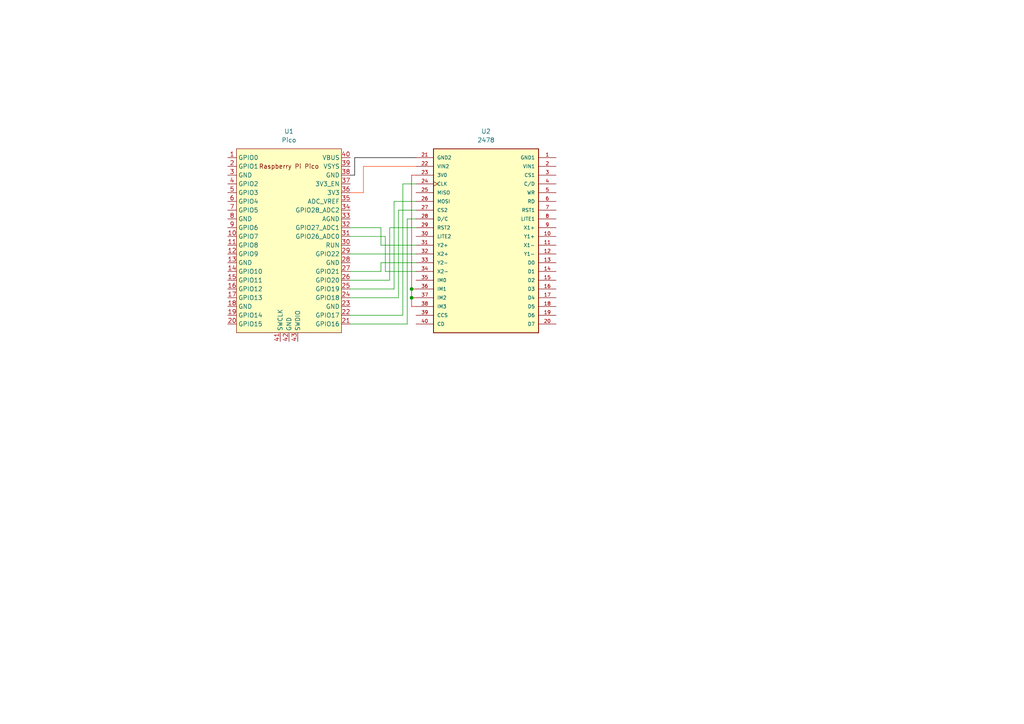
<source format=kicad_sch>
(kicad_sch (version 20250114) (generator "eeschema") (generator_version "9.0")
  (paper "A4")
  (lib_symbols
    (symbol "2478:2478" (pin_names (offset 1.016))
      (property "Reference" "U" (at -15.2631 28.6183 0))
      (property "Value" "2478" (at -15.262 -27.9803 0))
      (symbol "2478_0_0"
        (rectangle (start -15.24 -25.4) (end 15.24 27.94) (stroke (width 0.254)) (fill (type background)))
        (pin power_in line (at -20.32 25.4 0) (length 5.08) (name "GND1") (number "1"))
        (pin power_in line (at -20.32 22.86 0) (length 5.08) (name "VIN1") (number "2"))
        (pin input line (at -20.32 20.32 0) (length 5.08) (name "CS1") (number "3"))
        (pin input line (at -20.32 17.78 0) (length 5.08) (name "C/D") (number "4"))
        (pin input line (at -20.32 15.24 0) (length 5.08) (name "WR") (number "5"))
        (pin input line (at -20.32 12.7 0) (length 5.08) (name "RD") (number "6"))
        (pin input line (at -20.32 10.16 0) (length 5.08) (name "RST1") (number "7"))
        (pin input line (at -20.32 7.62 0) (length 5.08) (name "LITE1") (number "8"))
        (pin output line (at -20.32 5.08 0) (length 5.08) (name "X1+") (number "9"))
        (pin output line (at -20.32 2.54 0) (length 5.08) (name "Y1+") (number "10"))
        (pin output line (at -20.32 0 0) (length 5.08) (name "X1-") (number "11"))
        (pin output line (at -20.32 -2.54 0) (length 5.08) (name "Y1-") (number "12"))
        (pin bidirectional line (at -20.32 -5.08 0) (length 5.08) (name "D0") (number "13"))
        (pin bidirectional line (at -20.32 -7.62 0) (length 5.08) (name "D1") (number "14"))
        (pin bidirectional line (at -20.32 -10.16 0) (length 5.08) (name "D2") (number "15"))
        (pin bidirectional line (at -20.32 -12.7 0) (length 5.08) (name "D3") (number "16"))
        (pin bidirectional line (at -20.32 -15.24 0) (length 5.08) (name "D4") (number "17"))
        (pin bidirectional line (at -20.32 -17.78 0) (length 5.08) (name "D5") (number "18"))
        (pin bidirectional line (at -20.32 -20.32 0) (length 5.08) (name "D6") (number "19"))
        (pin bidirectional line (at -20.32 -22.86 0) (length 5.08) (name "D7") (number "20"))
        (pin power_in line (at 20.32 25.4 180) (length 5.08) (name "GND2") (number "21"))
        (pin power_in line (at 20.32 22.86 180) (length 5.08) (name "VIN2") (number "22"))
        (pin output line (at 20.32 20.32 180) (length 5.08) (name "3V0") (number "23"))
        (pin input clock (at 20.32 17.78 180) (length 5.08) (name "CLK") (number "24"))
        (pin output line (at 20.32 15.24 180) (length 5.08) (name "MISO") (number "25"))
        (pin input line (at 20.32 12.7 180) (length 5.08) (name "MOSI") (number "26"))
        (pin input line (at 20.32 10.16 180) (length 5.08) (name "CS2") (number "27"))
        (pin input line (at 20.32 7.62 180) (length 5.08) (name "D/C") (number "28"))
        (pin input line (at 20.32 5.08 180) (length 5.08) (name "RST2") (number "29"))
        (pin input line (at 20.32 2.54 180) (length 5.08) (name "LITE2") (number "30"))
        (pin output line (at 20.32 0 180) (length 5.08) (name "Y2+") (number "31"))
        (pin output line (at 20.32 -2.54 180) (length 5.08) (name "X2+") (number "32"))
        (pin output line (at 20.32 -5.08 180) (length 5.08) (name "Y2-") (number "33"))
        (pin output line (at 20.32 -7.62 180) (length 5.08) (name "X2-") (number "34"))
        (pin input line (at 20.32 -10.16 180) (length 5.08) (name "IM0") (number "35"))
        (pin input line (at 20.32 -12.7 180) (length 5.08) (name "IM1") (number "36"))
        (pin input line (at 20.32 -15.24 180) (length 5.08) (name "IM2") (number "37"))
        (pin input line (at 20.32 -17.78 180) (length 5.08) (name "IM3") (number "38"))
        (pin input line (at 20.32 -20.32 180) (length 5.08) (name "CCS") (number "39"))
        (pin output line (at 20.32 -22.86 180) (length 5.08) (name "CD") (number "40"))
      )
    )
    (symbol "MCU_RaspberryPi_and_Boards:Pico"
      (property "Reference" "U" (at -13.97 27.94 0))
      (property "Value" "Pico" (at 0 19.05 0))
      (symbol "Pico_0_0"
        (text "Raspberry Pi Pico" (at 0 21.59 0) (effects (font (size 1.27 1.27))))
      )
      (symbol "Pico_0_1"
        (rectangle (start -15.24 26.67) (end 15.24 -26.67) (fill (type background)))
      )
      (symbol "Pico_1_1"
        (pin bidirectional line (at -17.78 24.13 0) (length 2.54) (name "GPIO0") (number "1"))
        (pin bidirectional line (at -17.78 21.59 0) (length 2.54) (name "GPIO1") (number "2"))
        (pin power_in line (at -17.78 19.05 0) (length 2.54) (name "GND") (number "3"))
        (pin bidirectional line (at -17.78 16.51 0) (length 2.54) (name "GPIO2") (number "4"))
        (pin bidirectional line (at -17.78 13.97 0) (length 2.54) (name "GPIO3") (number "5"))
        (pin bidirectional line (at -17.78 11.43 0) (length 2.54) (name "GPIO4") (number "6"))
        (pin bidirectional line (at -17.78 8.89 0) (length 2.54) (name "GPIO5") (number "7"))
        (pin power_in line (at -17.78 6.35 0) (length 2.54) (name "GND") (number "8"))
        (pin bidirectional line (at -17.78 3.81 0) (length 2.54) (name "GPIO6") (number "9"))
        (pin bidirectional line (at -17.78 1.27 0) (length 2.54) (name "GPIO7") (number "10"))
        (pin bidirectional line (at -17.78 -1.27 0) (length 2.54) (name "GPIO8") (number "11"))
        (pin bidirectional line (at -17.78 -3.81 0) (length 2.54) (name "GPIO9") (number "12"))
        (pin power_in line (at -17.78 -6.35 0) (length 2.54) (name "GND") (number "13"))
        (pin bidirectional line (at -17.78 -8.89 0) (length 2.54) (name "GPIO10") (number "14"))
        (pin bidirectional line (at -17.78 -11.43 0) (length 2.54) (name "GPIO11") (number "15"))
        (pin bidirectional line (at -17.78 -13.97 0) (length 2.54) (name "GPIO12") (number "16"))
        (pin bidirectional line (at -17.78 -16.51 0) (length 2.54) (name "GPIO13") (number "17"))
        (pin power_in line (at -17.78 -19.05 0) (length 2.54) (name "GND") (number "18"))
        (pin bidirectional line (at -17.78 -21.59 0) (length 2.54) (name "GPIO14") (number "19"))
        (pin bidirectional line (at -17.78 -24.13 0) (length 2.54) (name "GPIO15") (number "20"))
        (pin input line (at -2.54 -29.21 90) (length 2.54) (name "SWCLK") (number "41"))
        (pin power_in line (at 0 -29.21 90) (length 2.54) (name "GND") (number "42"))
        (pin bidirectional line (at 2.54 -29.21 90) (length 2.54) (name "SWDIO") (number "43"))
        (pin power_in line (at 17.78 24.13 180) (length 2.54) (name "VBUS") (number "40"))
        (pin power_in line (at 17.78 21.59 180) (length 2.54) (name "VSYS") (number "39"))
        (pin bidirectional line (at 17.78 19.05 180) (length 2.54) (name "GND") (number "38"))
        (pin input line (at 17.78 16.51 180) (length 2.54) (name "3V3_EN") (number "37"))
        (pin power_in line (at 17.78 13.97 180) (length 2.54) (name "3V3") (number "36"))
        (pin power_in line (at 17.78 11.43 180) (length 2.54) (name "ADC_VREF") (number "35"))
        (pin bidirectional line (at 17.78 8.89 180) (length 2.54) (name "GPIO28_ADC2") (number "34"))
        (pin power_in line (at 17.78 6.35 180) (length 2.54) (name "AGND") (number "33"))
        (pin bidirectional line (at 17.78 3.81 180) (length 2.54) (name "GPIO27_ADC1") (number "32"))
        (pin bidirectional line (at 17.78 1.27 180) (length 2.54) (name "GPIO26_ADC0") (number "31"))
        (pin input line (at 17.78 -1.27 180) (length 2.54) (name "RUN") (number "30"))
        (pin bidirectional line (at 17.78 -3.81 180) (length 2.54) (name "GPIO22") (number "29"))
        (pin power_in line (at 17.78 -6.35 180) (length 2.54) (name "GND") (number "28"))
        (pin bidirectional line (at 17.78 -8.89 180) (length 2.54) (name "GPIO21") (number "27"))
        (pin bidirectional line (at 17.78 -11.43 180) (length 2.54) (name "GPIO20") (number "26"))
        (pin bidirectional line (at 17.78 -13.97 180) (length 2.54) (name "GPIO19") (number "25"))
        (pin bidirectional line (at 17.78 -16.51 180) (length 2.54) (name "GPIO18") (number "24"))
        (pin power_in line (at 17.78 -19.05 180) (length 2.54) (name "GND") (number "23"))
        (pin bidirectional line (at 17.78 -21.59 180) (length 2.54) (name "GPIO17") (number "22"))
        (pin bidirectional line (at 17.78 -24.13 180) (length 2.54) (name "GPIO16") (number "21"))
      )
    )
  )
  (junction (at 119.38 86.36))
  (junction (at 119.38 83.82))
  (wire (pts (xy 120.65 63.5) (xy 118.11 63.5)))
  (wire (pts (xy 120.65 88.9) (xy 119.38 88.9)) (stroke (width 0) (color 212 1 0 1)))
  (wire (pts (xy 120.65 50.8) (xy 119.38 50.8)) (stroke (width 0) (color 212 1 0 1)))
  (wire (pts (xy 115.57 60.96) (xy 115.57 86.36)))
  (wire (pts (xy 101.6 50.8) (xy 102.87 50.8)) (stroke (width 0) (color 0 0 0 1)))
  (wire (pts (xy 114.3 58.42) (xy 114.3 83.82)))
  (wire (pts (xy 102.87 50.8) (xy 102.87 45.72)) (stroke (width 0) (color 0 0 0 1)))
  (wire (pts (xy 116.84 53.34) (xy 116.84 91.44)))
  (wire (pts (xy 101.6 55.88) (xy 105.41 55.88)) (stroke (width 0) (color 255 62 3 1)))
  (wire (pts (xy 110.49 71.12) (xy 110.49 66.04)))
  (wire (pts (xy 120.65 60.96) (xy 115.57 60.96)))
  (wire (pts (xy 101.6 73.66) (xy 120.65 73.66)))
  (wire (pts (xy 120.65 86.36) (xy 119.38 86.36)) (stroke (width 0) (color 212 1 0 1)))
  (wire (pts (xy 111.76 68.58) (xy 101.6 68.58)))
  (wire (pts (xy 120.65 78.74) (xy 111.76 78.74)))
  (wire (pts (xy 116.84 91.44) (xy 101.6 91.44)))
  (wire (pts (xy 111.76 78.74) (xy 111.76 68.58)))
  (wire (pts (xy 101.6 83.82) (xy 114.3 83.82)))
  (wire (pts (xy 110.49 78.74) (xy 101.6 78.74)))
  (wire (pts (xy 118.11 93.98) (xy 101.6 93.98)))
  (wire (pts (xy 110.49 76.2) (xy 110.49 78.74)))
  (wire (pts (xy 101.6 86.36) (xy 115.57 86.36)))
  (wire (pts (xy 120.65 58.42) (xy 114.3 58.42)))
  (wire (pts (xy 105.41 48.26) (xy 120.65 48.26)) (stroke (width 0) (color 255 62 3 1)))
  (wire (pts (xy 118.11 63.5) (xy 118.11 93.98)))
  (wire (pts (xy 119.38 83.82) (xy 120.65 83.82)) (stroke (width 0) (color 212 1 0 1)))
  (wire (pts (xy 120.65 76.2) (xy 110.49 76.2)))
  (wire (pts (xy 102.87 45.72) (xy 120.65 45.72)) (stroke (width 0) (color 0 0 0 1)))
  (wire (pts (xy 110.49 66.04) (xy 101.6 66.04)))
  (wire (pts (xy 119.38 50.8) (xy 119.38 83.82)) (stroke (width 0) (color 212 1 0 1)))
  (wire (pts (xy 113.03 81.28) (xy 113.03 66.04)))
  (wire (pts (xy 120.65 71.12) (xy 110.49 71.12)))
  (wire (pts (xy 101.6 81.28) (xy 113.03 81.28)))
  (wire (pts (xy 113.03 66.04) (xy 120.65 66.04)))
  (wire (pts (xy 105.41 48.26) (xy 105.41 55.88)) (stroke (width 0) (color 255 62 3 1)))
  (wire (pts (xy 120.65 53.34) (xy 116.84 53.34)))
  (wire (pts (xy 119.38 88.9) (xy 119.38 86.36)) (stroke (width 0) (color 212 1 0 1)))
  (wire (pts (xy 119.38 86.36) (xy 119.38 83.82)) (stroke (width 0) (color 212 1 0 1)))
  (symbol (lib_id "2478:2478") (at 140.97 71.12 0) (mirror y) (unit 1)
    (property "Reference" "U2" (at 140.97 38.1 0))
    (property "Value" "2478" (at 140.97 40.64 0))
    (property "Footprint" "ADAFRUIT_2478" (effects (hide yes)))
    (property "MANUFACTURER" "Adafruit Industries LLC" (effects (hide yes)))
  )
  (symbol (lib_id "MCU_RaspberryPi_and_Boards:Pico") (at 83.82 69.85 0) (unit 1)
    (property "Reference" "U1" (at 83.82 38.1 0))
    (property "Value" "Pico" (at 83.82 40.64 0))
    (property "Footprint" "RPi_Pico:RPi_Pico_SMD_TH" (effects (hide yes)))
  )
)
</source>
